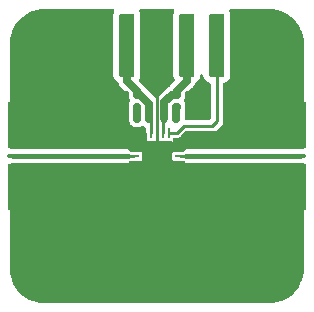
<source format=gbr>
%TF.GenerationSoftware,KiCad,Pcbnew,8.0.1*%
%TF.CreationDate,2024-07-13T13:57:38-04:00*%
%TF.ProjectId,X-Band Amplifier QPA1022,582d4261-6e64-4204-916d-706c69666965,v1.1*%
%TF.SameCoordinates,Original*%
%TF.FileFunction,Copper,L1,Top*%
%TF.FilePolarity,Positive*%
%FSLAX46Y46*%
G04 Gerber Fmt 4.6, Leading zero omitted, Abs format (unit mm)*
G04 Created by KiCad (PCBNEW 8.0.1) date 2024-07-13 13:57:38*
%MOMM*%
%LPD*%
G01*
G04 APERTURE LIST*
G04 Aperture macros list*
%AMRoundRect*
0 Rectangle with rounded corners*
0 $1 Rounding radius*
0 $2 $3 $4 $5 $6 $7 $8 $9 X,Y pos of 4 corners*
0 Add a 4 corners polygon primitive as box body*
4,1,4,$2,$3,$4,$5,$6,$7,$8,$9,$2,$3,0*
0 Add four circle primitives for the rounded corners*
1,1,$1+$1,$2,$3*
1,1,$1+$1,$4,$5*
1,1,$1+$1,$6,$7*
1,1,$1+$1,$8,$9*
0 Add four rect primitives between the rounded corners*
20,1,$1+$1,$2,$3,$4,$5,0*
20,1,$1+$1,$4,$5,$6,$7,0*
20,1,$1+$1,$6,$7,$8,$9,0*
20,1,$1+$1,$8,$9,$2,$3,0*%
G04 Aperture macros list end*
%TA.AperFunction,SMDPad,CuDef*%
%ADD10RoundRect,0.062500X-0.350000X-0.062500X0.350000X-0.062500X0.350000X0.062500X-0.350000X0.062500X0*%
%TD*%
%TA.AperFunction,SMDPad,CuDef*%
%ADD11RoundRect,0.062500X-0.062500X-0.350000X0.062500X-0.350000X0.062500X0.350000X-0.062500X0.350000X0*%
%TD*%
%TA.AperFunction,HeatsinkPad*%
%ADD12C,0.500000*%
%TD*%
%TA.AperFunction,HeatsinkPad*%
%ADD13R,2.500000X2.500000*%
%TD*%
%TA.AperFunction,SMDPad,CuDef*%
%ADD14RoundRect,0.135000X-0.135000X-0.185000X0.135000X-0.185000X0.135000X0.185000X-0.135000X0.185000X0*%
%TD*%
%TA.AperFunction,SMDPad,CuDef*%
%ADD15RoundRect,0.140000X-0.140000X-0.170000X0.140000X-0.170000X0.140000X0.170000X-0.140000X0.170000X0*%
%TD*%
%TA.AperFunction,SMDPad,CuDef*%
%ADD16RoundRect,0.087500X0.412500X-0.087500X0.412500X0.087500X-0.412500X0.087500X-0.412500X-0.087500X0*%
%TD*%
%TA.AperFunction,SMDPad,CuDef*%
%ADD17R,5.500000X4.000000*%
%TD*%
%TA.AperFunction,ComponentPad*%
%ADD18C,4.241800*%
%TD*%
%TA.AperFunction,SMDPad,CuDef*%
%ADD19RoundRect,0.087500X-0.412500X0.087500X-0.412500X-0.087500X0.412500X-0.087500X0.412500X0.087500X0*%
%TD*%
%TA.AperFunction,ComponentPad*%
%ADD20C,5.562600*%
%TD*%
%TA.AperFunction,ViaPad*%
%ADD21C,0.600000*%
%TD*%
%TA.AperFunction,Conductor*%
%ADD22C,0.635000*%
%TD*%
%TA.AperFunction,Conductor*%
%ADD23C,0.250000*%
%TD*%
%TA.AperFunction,Conductor*%
%ADD24C,0.400000*%
%TD*%
G04 APERTURE END LIST*
D10*
%TO.P,U1,1,NC*%
%TO.N,GND*%
X137762500Y-62500000D03*
%TO.P,U1,2,NC*%
X137762500Y-63000000D03*
%TO.P,U1,3,RF_IN*%
%TO.N,Net-(J1-In)*%
X137762500Y-63500000D03*
%TO.P,U1,4,NC*%
%TO.N,GND*%
X137762500Y-64000000D03*
%TO.P,U1,5,NC*%
X137762500Y-64500000D03*
D11*
%TO.P,U1,6,NC*%
X138700000Y-65437500D03*
%TO.P,U1,7,NC*%
X139200000Y-65437500D03*
%TO.P,U1,8,NC*%
X139700000Y-65437500D03*
%TO.P,U1,9,NC*%
X140200000Y-65437500D03*
%TO.P,U1,10,NC*%
X140700000Y-65437500D03*
D10*
%TO.P,U1,11,NC*%
X141637500Y-64500000D03*
%TO.P,U1,12,NC*%
X141637500Y-64000000D03*
%TO.P,U1,13,RF_OUT*%
%TO.N,Net-(J2-In)*%
X141637500Y-63500000D03*
%TO.P,U1,14,NC*%
%TO.N,GND*%
X141637500Y-63000000D03*
%TO.P,U1,15,NC*%
X141637500Y-62500000D03*
D11*
%TO.P,U1,16,VDET*%
%TO.N,VDET*%
X140700000Y-61562500D03*
%TO.P,U1,17,VD*%
%TO.N,VD*%
X140200000Y-61562500D03*
%TO.P,U1,18,NC*%
%TO.N,GND*%
X139700000Y-61562500D03*
%TO.P,U1,19,VG*%
%TO.N,VG*%
X139200000Y-61562500D03*
%TO.P,U1,20,NC*%
%TO.N,GND*%
X138700000Y-61562500D03*
D12*
%TO.P,U1,21,GND*%
X138700000Y-62500000D03*
X138700000Y-64500000D03*
D13*
X139700000Y-63500000D03*
D12*
X140700000Y-62500000D03*
X140700000Y-64500000D03*
%TD*%
D14*
%TO.P,R2,1*%
%TO.N,VD*%
X140333000Y-60325000D03*
%TO.P,R2,2*%
%TO.N,Net-(C1-Pad1)*%
X141353000Y-60325000D03*
%TD*%
%TO.P,R1,1*%
%TO.N,Net-(C2-Pad2)*%
X138047000Y-60325000D03*
%TO.P,R1,2*%
%TO.N,VG*%
X139067000Y-60325000D03*
%TD*%
D15*
%TO.P,C4,1*%
%TO.N,GND*%
X137061000Y-58293000D03*
%TO.P,C4,2*%
%TO.N,VG*%
X138021000Y-58293000D03*
%TD*%
%TO.P,C3,1*%
%TO.N,VD*%
X141379000Y-58293000D03*
%TO.P,C3,2*%
%TO.N,GND*%
X142339000Y-58293000D03*
%TD*%
D16*
%TO.P,J2,1,In*%
%TO.N,Net-(J2-In)*%
X151850000Y-63500000D03*
D17*
%TO.P,J2,2,Ext*%
%TO.N,GND*%
X149600000Y-66135000D03*
X149600000Y-60865000D03*
%TD*%
D18*
%TO.P,H5,1,1*%
%TO.N,GND*%
X137160000Y-69850000D03*
%TD*%
D19*
%TO.P,J1,1,In*%
%TO.N,Net-(J1-In)*%
X127550000Y-63500000D03*
D17*
%TO.P,J1,2,Ext*%
%TO.N,GND*%
X129800000Y-60865000D03*
X129800000Y-66135000D03*
%TD*%
D20*
%TO.P,H2,1,1*%
%TO.N,GND*%
X149225000Y-53975000D03*
%TD*%
D18*
%TO.P,H6,1,1*%
%TO.N,GND*%
X142240000Y-69850000D03*
%TD*%
D20*
%TO.P,H3,1,1*%
%TO.N,GND*%
X130175000Y-73025000D03*
%TD*%
D15*
%TO.P,C1,1*%
%TO.N,Net-(C1-Pad1)*%
X141379000Y-59309000D03*
%TO.P,C1,2*%
%TO.N,GND*%
X142339000Y-59309000D03*
%TD*%
D20*
%TO.P,H4,1,1*%
%TO.N,GND*%
X149225000Y-73025000D03*
%TD*%
%TO.P,H1,1,1*%
%TO.N,GND*%
X130175000Y-53975000D03*
%TD*%
D15*
%TO.P,C2,1*%
%TO.N,GND*%
X137061000Y-59309000D03*
%TO.P,C2,2*%
%TO.N,Net-(C2-Pad2)*%
X138021000Y-59309000D03*
%TD*%
D21*
%TO.N,GND*%
X134493000Y-58039000D03*
X146177000Y-57912000D03*
X146050000Y-59690000D03*
X147828000Y-57785000D03*
X150622000Y-57785000D03*
X145415000Y-71501000D03*
X145542000Y-75311000D03*
X144272000Y-74041000D03*
X141478000Y-75311000D03*
X139700000Y-73914000D03*
X138430000Y-75311000D03*
X136271000Y-73787000D03*
X134493000Y-75311000D03*
X134112000Y-71882000D03*
X139700000Y-72009000D03*
X139700000Y-67691000D03*
X144145000Y-66802000D03*
X145923000Y-67056000D03*
X148336000Y-69088000D03*
X151130000Y-69215000D03*
X130810000Y-68961000D03*
X128270000Y-69215000D03*
X133350000Y-69977000D03*
X133985000Y-68326000D03*
X135128000Y-66802000D03*
X133350000Y-66802000D03*
X130175000Y-57531000D03*
X127889000Y-57531000D03*
X132588000Y-57658000D03*
X133604000Y-60452000D03*
X134493000Y-59309000D03*
X135382000Y-60452000D03*
X133604000Y-54864000D03*
X133604000Y-52324000D03*
X133604000Y-53594000D03*
X133604000Y-51689000D03*
X133604000Y-54229000D03*
X133604000Y-52959000D03*
X133604000Y-56134000D03*
X133604000Y-55499000D03*
X133604000Y-56769000D03*
X138049000Y-61849000D03*
X141351000Y-65151000D03*
X138049000Y-65151000D03*
X140157200Y-57556400D03*
X139217400Y-57556400D03*
X135712200Y-57683400D03*
X136829800Y-60248800D03*
X136220200Y-58293000D03*
X143764000Y-60071000D03*
X143129000Y-60071000D03*
X143764000Y-59309000D03*
X143764000Y-58293000D03*
X143129000Y-58293000D03*
X143129000Y-59309000D03*
X135636000Y-52959000D03*
X135636000Y-51689000D03*
X135636000Y-54229000D03*
X135636000Y-53594000D03*
X135636000Y-54864000D03*
X135636000Y-52324000D03*
X135636000Y-56134000D03*
X135636000Y-55499000D03*
X135636000Y-56769000D03*
X140716000Y-51689000D03*
X140716000Y-52324000D03*
X140716000Y-52959000D03*
X140716000Y-53594000D03*
X140716000Y-54229000D03*
X140716000Y-54864000D03*
X140716000Y-55499000D03*
X140716000Y-56134000D03*
X140716000Y-56769000D03*
X138684000Y-56769000D03*
X138684000Y-56134000D03*
X138684000Y-55499000D03*
X138684000Y-54864000D03*
X138684000Y-54229000D03*
X138684000Y-53594000D03*
X138684000Y-52959000D03*
X138684000Y-52324000D03*
X138684000Y-51689000D03*
X148082000Y-62484000D03*
X132588000Y-62484000D03*
X143256000Y-61849000D03*
X133858000Y-62484000D03*
X131953000Y-64516000D03*
X132842000Y-61849000D03*
X130048000Y-64516000D03*
X147447000Y-62484000D03*
X148717000Y-62484000D03*
X133477000Y-61849000D03*
X146177000Y-64516000D03*
X148971000Y-61849000D03*
X148717000Y-64516000D03*
X141605000Y-66421000D03*
X136017000Y-61849000D03*
X142367000Y-62484000D03*
X137160000Y-66421000D03*
X149606000Y-65151000D03*
X134493000Y-62484000D03*
X149987000Y-64516000D03*
X142621000Y-61849000D03*
X132842000Y-65151000D03*
X135763000Y-62484000D03*
X139700000Y-66421000D03*
X147066000Y-61849000D03*
X149606000Y-61849000D03*
X138938000Y-63500000D03*
X135128000Y-62484000D03*
X145796000Y-65151000D03*
X143891000Y-65151000D03*
X150241000Y-65151000D03*
X149352000Y-62484000D03*
X144272000Y-62484000D03*
X133223000Y-62484000D03*
X132588000Y-64516000D03*
X148336000Y-61849000D03*
X131953000Y-62484000D03*
X143891000Y-61849000D03*
X150622000Y-62484000D03*
X128397000Y-61849000D03*
X135382000Y-61849000D03*
X135382000Y-65151000D03*
X129032000Y-65151000D03*
X150241000Y-61849000D03*
X139700000Y-62738000D03*
X132207000Y-65151000D03*
X145542000Y-64516000D03*
X146812000Y-62484000D03*
X145161000Y-65151000D03*
X136652000Y-65151000D03*
X135128000Y-64516000D03*
X140335000Y-66421000D03*
X143002000Y-64516000D03*
X151511000Y-61849000D03*
X142621000Y-65913000D03*
X145161000Y-61849000D03*
X136398000Y-62484000D03*
X150876000Y-61849000D03*
X129032000Y-61849000D03*
X148971000Y-65151000D03*
X127508000Y-64516000D03*
X151257000Y-62484000D03*
X143002000Y-62484000D03*
X147701000Y-65151000D03*
X137033000Y-62484000D03*
X128143000Y-62484000D03*
X130937000Y-61849000D03*
X144526000Y-61849000D03*
X129667000Y-61849000D03*
X138430000Y-66421000D03*
X134493000Y-64516000D03*
X127762000Y-61849000D03*
X136017000Y-65151000D03*
X128778000Y-64516000D03*
X137795000Y-66421000D03*
X129667000Y-65151000D03*
X131318000Y-62484000D03*
X148336000Y-65151000D03*
X128143000Y-64516000D03*
X131318000Y-64516000D03*
X147066000Y-65151000D03*
X133223000Y-64516000D03*
X149352000Y-64516000D03*
X145542000Y-62484000D03*
X147447000Y-64516000D03*
X130302000Y-65151000D03*
X151892000Y-64516000D03*
X143637000Y-64516000D03*
X128397000Y-65151000D03*
X142240000Y-66421000D03*
X139065000Y-66421000D03*
X150622000Y-64516000D03*
X127508000Y-62484000D03*
X130683000Y-62484000D03*
X131572000Y-65151000D03*
X127762000Y-65151000D03*
X144907000Y-62484000D03*
X136398000Y-64516000D03*
X134112000Y-61849000D03*
X144272000Y-64516000D03*
X128778000Y-62484000D03*
X149987000Y-62484000D03*
X142367000Y-64516000D03*
X151257000Y-64516000D03*
X143256000Y-65151000D03*
X150876000Y-65151000D03*
X136779000Y-65786000D03*
X130683000Y-64516000D03*
X146177000Y-62484000D03*
X151892000Y-62484000D03*
X143637000Y-62484000D03*
X130048000Y-62484000D03*
X129413000Y-64516000D03*
X139700000Y-63500000D03*
X144526000Y-65151000D03*
X129413000Y-62484000D03*
X130937000Y-65151000D03*
X135763000Y-64516000D03*
X133477000Y-65151000D03*
X134112000Y-65151000D03*
X137033000Y-64516000D03*
X147701000Y-61849000D03*
X131572000Y-61849000D03*
X142621000Y-65151000D03*
X133858000Y-64516000D03*
X136652000Y-61849000D03*
X146431000Y-65151000D03*
X145796000Y-61849000D03*
X134747000Y-65151000D03*
X148082000Y-64516000D03*
X139700000Y-64262000D03*
X140462000Y-63500000D03*
X144907000Y-64516000D03*
X132207000Y-61849000D03*
X146812000Y-64516000D03*
X140970000Y-66421000D03*
X130302000Y-61849000D03*
X146431000Y-61849000D03*
X151511000Y-65151000D03*
X136220200Y-59309000D03*
X134747000Y-61849000D03*
%TD*%
D22*
%TO.N,VD*%
X142212001Y-57150000D02*
X142240000Y-57150000D01*
X141379000Y-57983001D02*
X142212001Y-57150000D01*
X142240000Y-57150000D02*
X142240000Y-56515000D01*
X141379000Y-58293000D02*
X141379000Y-57983001D01*
%TO.N,VG*%
X138021000Y-58009274D02*
X137160000Y-57148274D01*
X138021000Y-58293000D02*
X138021000Y-58009274D01*
X137160000Y-57148274D02*
X137160000Y-56515000D01*
D23*
%TO.N,VDET*%
X142015000Y-60960000D02*
X144373600Y-60960000D01*
X144373600Y-60960000D02*
X144780000Y-60553600D01*
X144780000Y-60553600D02*
X144780000Y-56515000D01*
X141412500Y-61562500D02*
X142015000Y-60960000D01*
X140700000Y-61562500D02*
X141412500Y-61562500D01*
D22*
%TO.N,VG*%
X138300999Y-58293000D02*
X139057500Y-59049501D01*
X138021000Y-58293000D02*
X138300999Y-58293000D01*
X139057500Y-59049501D02*
X139057500Y-60325000D01*
%TO.N,VD*%
X140342500Y-58922501D02*
X140342500Y-60315500D01*
X140972001Y-58293000D02*
X140342500Y-58922501D01*
X141379000Y-58293000D02*
X140972001Y-58293000D01*
%TO.N,Net-(C1-Pad1)*%
X141353000Y-59335000D02*
X141379000Y-59309000D01*
X141353000Y-60325000D02*
X141353000Y-59335000D01*
%TO.N,Net-(C2-Pad2)*%
X138047000Y-59335000D02*
X138021000Y-59309000D01*
X138047000Y-60325000D02*
X138047000Y-59335000D01*
D23*
%TO.N,VG*%
X139200000Y-61562500D02*
X139200000Y-60333000D01*
X139200000Y-60333000D02*
X139192000Y-60325000D01*
%TO.N,GND*%
X139700000Y-65437500D02*
X139700000Y-64262000D01*
X137762500Y-64000000D02*
X138438000Y-64000000D01*
X140700000Y-62500000D02*
X141637500Y-62500000D01*
X137762500Y-62500000D02*
X138700000Y-62500000D01*
X140200000Y-65437500D02*
X140200000Y-65000000D01*
X141200000Y-63000000D02*
X140700000Y-62500000D01*
X137762500Y-64500000D02*
X138700000Y-64500000D01*
X138438000Y-63000000D02*
X138938000Y-63500000D01*
X139700000Y-62738000D02*
X139700000Y-63500000D01*
X141637500Y-63000000D02*
X141851000Y-63000000D01*
X141200000Y-64000000D02*
X140700000Y-64500000D01*
X139200000Y-65000000D02*
X138700000Y-64500000D01*
X137549000Y-63000000D02*
X137033000Y-62484000D01*
X140200000Y-65000000D02*
X140700000Y-64500000D01*
X141637500Y-63000000D02*
X140962000Y-63000000D01*
X141637500Y-63000000D02*
X141200000Y-63000000D01*
X138200000Y-64000000D02*
X138700000Y-64500000D01*
X137762500Y-64000000D02*
X138200000Y-64000000D01*
X138438000Y-64000000D02*
X138938000Y-63500000D01*
X139700000Y-61562500D02*
X139700000Y-56388000D01*
X141637500Y-64000000D02*
X141851000Y-64000000D01*
X138700000Y-61562500D02*
X138700000Y-62500000D01*
X141637500Y-64000000D02*
X141200000Y-64000000D01*
X139700000Y-61562500D02*
X139700000Y-62738000D01*
X139700000Y-64262000D02*
X139700000Y-63500000D01*
X140962000Y-63000000D02*
X140462000Y-63500000D01*
X138200000Y-63000000D02*
X138700000Y-62500000D01*
X137762500Y-63000000D02*
X138438000Y-63000000D01*
X137549000Y-64000000D02*
X137033000Y-64516000D01*
X141851000Y-64000000D02*
X142367000Y-64516000D01*
X140962000Y-64000000D02*
X140462000Y-63500000D01*
X141851000Y-63000000D02*
X142367000Y-62484000D01*
X137762500Y-63000000D02*
X138200000Y-63000000D01*
X141637500Y-64500000D02*
X140700000Y-64500000D01*
X141637500Y-64000000D02*
X140962000Y-64000000D01*
X137762500Y-63000000D02*
X137549000Y-63000000D01*
X138700000Y-65437500D02*
X138700000Y-64500000D01*
X137762500Y-64000000D02*
X137549000Y-64000000D01*
X140700000Y-65437500D02*
X140700000Y-64500000D01*
X139200000Y-65437500D02*
X139200000Y-65000000D01*
D24*
%TO.N,Net-(J1-In)*%
X127550000Y-63500000D02*
X137240000Y-63500000D01*
D23*
X137762500Y-63500000D02*
X137240000Y-63500000D01*
%TO.N,Net-(J2-In)*%
X141637500Y-63500000D02*
X142140000Y-63500000D01*
D24*
X151850000Y-63500000D02*
X142140000Y-63500000D01*
D23*
%TO.N,VD*%
X140200000Y-61562500D02*
X140200000Y-60460000D01*
%TD*%
%TA.AperFunction,Conductor*%
%TO.N,VD*%
G36*
X142818039Y-51454685D02*
G01*
X142863794Y-51507489D01*
X142875000Y-51559000D01*
X142875000Y-56645000D01*
X142855315Y-56712039D01*
X142802511Y-56757794D01*
X142751000Y-56769000D01*
X141729000Y-56769000D01*
X141661961Y-56749315D01*
X141616206Y-56696511D01*
X141605000Y-56645000D01*
X141605000Y-51559000D01*
X141624685Y-51491961D01*
X141677489Y-51446206D01*
X141729000Y-51435000D01*
X142751000Y-51435000D01*
X142818039Y-51454685D01*
G37*
%TD.AperFunction*%
%TD*%
%TA.AperFunction,Conductor*%
%TO.N,GND*%
G36*
X135255000Y-56769000D02*
G01*
X133985000Y-56769000D01*
X133985000Y-51435000D01*
X135255000Y-51435000D01*
X135255000Y-56769000D01*
G37*
%TD.AperFunction*%
%TD*%
%TA.AperFunction,Conductor*%
%TO.N,GND*%
G36*
X136057760Y-51074502D02*
G01*
X136104253Y-51128158D01*
X136114357Y-51198432D01*
X136104252Y-51232844D01*
X136051986Y-51347284D01*
X136032302Y-51414320D01*
X136032301Y-51414324D01*
X136032301Y-51414326D01*
X136032300Y-51414330D01*
X136011502Y-51558992D01*
X136011500Y-51559003D01*
X136011500Y-56645007D01*
X136023237Y-56754164D01*
X136034441Y-56805667D01*
X136069109Y-56909825D01*
X136148130Y-57032784D01*
X136148131Y-57032786D01*
X136193880Y-57085582D01*
X136193882Y-57085583D01*
X136193884Y-57085586D01*
X136304339Y-57181297D01*
X136388851Y-57219893D01*
X136442506Y-57266386D01*
X136460086Y-57309922D01*
X136469592Y-57357707D01*
X136469593Y-57357709D01*
X136469595Y-57357718D01*
X136492010Y-57411830D01*
X136492011Y-57411831D01*
X136523716Y-57488375D01*
X136602293Y-57605972D01*
X137266096Y-58269775D01*
X137300120Y-58332086D01*
X137303000Y-58358869D01*
X137303000Y-58363719D01*
X137330592Y-58502432D01*
X137330595Y-58502443D01*
X137337429Y-58518942D01*
X137346120Y-58552130D01*
X137350929Y-58592170D01*
X137350929Y-58592171D01*
X137405438Y-58730395D01*
X137409663Y-58737909D01*
X137406812Y-58739511D01*
X137426469Y-58791240D01*
X137411804Y-58860706D01*
X137409637Y-58864076D01*
X137409663Y-58864091D01*
X137405438Y-58871604D01*
X137350929Y-59009828D01*
X137346120Y-59049870D01*
X137337432Y-59083052D01*
X137330594Y-59099563D01*
X137303000Y-59238284D01*
X137303000Y-59379715D01*
X137326579Y-59498252D01*
X137329000Y-59522834D01*
X137329000Y-60395719D01*
X137356593Y-60534436D01*
X137375043Y-60578977D01*
X137383735Y-60612174D01*
X137386833Y-60637974D01*
X137386834Y-60637981D01*
X137440836Y-60774920D01*
X137440837Y-60774922D01*
X137529784Y-60892216D01*
X137647078Y-60981163D01*
X137784021Y-61035166D01*
X137870073Y-61045500D01*
X138223926Y-61045499D01*
X138309979Y-61035166D01*
X138446922Y-60981163D01*
X138472366Y-60961867D01*
X138538731Y-60936644D01*
X138608198Y-60951305D01*
X138658710Y-61001194D01*
X138674500Y-61062265D01*
X138674500Y-61968274D01*
X138677433Y-61999553D01*
X138723529Y-62131285D01*
X138723530Y-62131286D01*
X138723531Y-62131289D01*
X138806411Y-62243589D01*
X138918711Y-62326469D01*
X138918714Y-62326470D01*
X139050447Y-62372566D01*
X139050449Y-62372566D01*
X139050451Y-62372567D01*
X139081728Y-62375500D01*
X139081731Y-62375500D01*
X139318269Y-62375500D01*
X139318272Y-62375500D01*
X139349549Y-62372567D01*
X139349551Y-62372566D01*
X139349553Y-62372566D01*
X139418731Y-62348359D01*
X139481289Y-62326469D01*
X139593589Y-62243589D01*
X139598619Y-62236772D01*
X139655162Y-62193840D01*
X139725941Y-62188291D01*
X139788485Y-62221890D01*
X139801377Y-62236769D01*
X139806411Y-62243589D01*
X139918711Y-62326469D01*
X139918714Y-62326470D01*
X140050447Y-62372566D01*
X140050449Y-62372566D01*
X140050451Y-62372567D01*
X140081728Y-62375500D01*
X140081731Y-62375500D01*
X140318269Y-62375500D01*
X140318272Y-62375500D01*
X140349549Y-62372567D01*
X140408385Y-62351978D01*
X140479288Y-62348359D01*
X140491609Y-62351977D01*
X140550451Y-62372567D01*
X140581728Y-62375500D01*
X140581731Y-62375500D01*
X140818269Y-62375500D01*
X140818272Y-62375500D01*
X140849549Y-62372567D01*
X140849551Y-62372566D01*
X140849553Y-62372566D01*
X140918731Y-62348359D01*
X140981289Y-62326469D01*
X141093589Y-62243589D01*
X141103618Y-62230000D01*
X146558000Y-62230000D01*
X146558000Y-61341000D01*
X144735770Y-61341000D01*
X144794105Y-61282665D01*
X144804472Y-61272298D01*
X144804479Y-61272288D01*
X145092288Y-60984479D01*
X145092298Y-60984472D01*
X145200499Y-60876271D01*
X145200505Y-60876265D01*
X145259015Y-60774922D01*
X145269686Y-60756440D01*
X145269686Y-60756439D01*
X145269688Y-60756436D01*
X145305500Y-60622783D01*
X145305500Y-57392892D01*
X145325502Y-57324771D01*
X145379158Y-57278278D01*
X145404708Y-57269773D01*
X145451668Y-57259558D01*
X145555827Y-57224890D01*
X145678782Y-57145871D01*
X145678784Y-57145868D01*
X145678786Y-57145868D01*
X145717451Y-57112364D01*
X145731586Y-57100116D01*
X145827297Y-56989661D01*
X145888014Y-56856713D01*
X145907699Y-56789674D01*
X145907700Y-56789670D01*
X145928500Y-56645000D01*
X145928500Y-51559000D01*
X145916764Y-51449843D01*
X145905558Y-51398332D01*
X145870890Y-51294173D01*
X145841614Y-51248620D01*
X145821613Y-51180500D01*
X145841615Y-51112379D01*
X145895271Y-51065886D01*
X145947613Y-51054500D01*
X149180125Y-51054500D01*
X149221461Y-51054500D01*
X149228525Y-51054697D01*
X149544929Y-51072466D01*
X149558965Y-51074047D01*
X149867904Y-51126539D01*
X149881662Y-51129679D01*
X150182784Y-51216431D01*
X150196118Y-51221097D01*
X150485619Y-51341012D01*
X150498349Y-51347143D01*
X150772602Y-51498717D01*
X150784567Y-51506234D01*
X151040132Y-51687567D01*
X151051179Y-51696377D01*
X151284828Y-51905180D01*
X151294819Y-51915171D01*
X151503622Y-52148820D01*
X151512432Y-52159867D01*
X151693765Y-52415432D01*
X151701282Y-52427397D01*
X151852856Y-52701650D01*
X151858987Y-52714380D01*
X151978902Y-53003881D01*
X151983569Y-53017218D01*
X152070318Y-53318329D01*
X152073462Y-53332104D01*
X152125951Y-53641032D01*
X152127533Y-53655073D01*
X152145302Y-53971474D01*
X152145500Y-53978539D01*
X152145500Y-62793289D01*
X152125498Y-62861410D01*
X152071842Y-62907903D01*
X152001568Y-62918007D01*
X151986890Y-62914996D01*
X151929057Y-62899500D01*
X142060943Y-62899500D01*
X141908216Y-62940423D01*
X141908215Y-62940423D01*
X141908213Y-62940424D01*
X141878431Y-62957619D01*
X141815431Y-62974500D01*
X141231725Y-62974500D01*
X141200446Y-62977433D01*
X141068714Y-63023529D01*
X140956411Y-63106411D01*
X140873529Y-63218714D01*
X140827433Y-63350446D01*
X140824500Y-63381725D01*
X140824500Y-63618274D01*
X140827433Y-63649553D01*
X140873529Y-63781285D01*
X140873530Y-63781286D01*
X140873531Y-63781289D01*
X140956411Y-63893589D01*
X141068711Y-63976469D01*
X141068714Y-63976470D01*
X141200447Y-64022566D01*
X141200449Y-64022566D01*
X141200451Y-64022567D01*
X141231728Y-64025500D01*
X141568317Y-64025500D01*
X141815431Y-64025500D01*
X141878431Y-64042381D01*
X141908216Y-64059577D01*
X142060943Y-64100500D01*
X142060945Y-64100500D01*
X151929056Y-64100500D01*
X151929057Y-64100500D01*
X151986888Y-64085004D01*
X152057864Y-64086693D01*
X152116660Y-64126486D01*
X152144609Y-64191750D01*
X152145500Y-64206710D01*
X152145500Y-73021460D01*
X152145302Y-73028525D01*
X152127533Y-73344926D01*
X152125951Y-73358967D01*
X152073462Y-73667895D01*
X152070318Y-73681670D01*
X151983569Y-73982781D01*
X151978902Y-73996118D01*
X151858987Y-74285619D01*
X151852856Y-74298349D01*
X151701282Y-74572602D01*
X151693765Y-74584567D01*
X151512432Y-74840132D01*
X151503622Y-74851179D01*
X151294819Y-75084828D01*
X151284828Y-75094819D01*
X151051179Y-75303622D01*
X151040132Y-75312432D01*
X150784567Y-75493765D01*
X150772602Y-75501282D01*
X150498349Y-75652856D01*
X150485619Y-75658987D01*
X150196118Y-75778902D01*
X150182781Y-75783569D01*
X149881670Y-75870318D01*
X149867895Y-75873462D01*
X149558967Y-75925951D01*
X149544926Y-75927533D01*
X149228526Y-75945302D01*
X149221461Y-75945500D01*
X130178539Y-75945500D01*
X130171474Y-75945302D01*
X129855073Y-75927533D01*
X129841032Y-75925951D01*
X129532104Y-75873462D01*
X129518329Y-75870318D01*
X129217218Y-75783569D01*
X129203881Y-75778902D01*
X128914380Y-75658987D01*
X128901650Y-75652856D01*
X128627397Y-75501282D01*
X128615432Y-75493765D01*
X128359867Y-75312432D01*
X128348820Y-75303622D01*
X128115171Y-75094819D01*
X128105180Y-75084828D01*
X127896377Y-74851179D01*
X127887567Y-74840132D01*
X127706234Y-74584567D01*
X127698717Y-74572602D01*
X127547143Y-74298349D01*
X127541012Y-74285619D01*
X127421097Y-73996118D01*
X127416430Y-73982781D01*
X127329681Y-73681670D01*
X127326539Y-73667904D01*
X127274047Y-73358965D01*
X127272466Y-73344926D01*
X127254698Y-73028525D01*
X127254500Y-73021460D01*
X127254500Y-64206710D01*
X127274502Y-64138589D01*
X127328158Y-64092096D01*
X127398432Y-64081992D01*
X127413109Y-64085003D01*
X127470943Y-64100500D01*
X127470944Y-64100500D01*
X137319055Y-64100500D01*
X137319057Y-64100500D01*
X137471784Y-64059577D01*
X137501569Y-64042381D01*
X137564569Y-64025500D01*
X138168269Y-64025500D01*
X138168272Y-64025500D01*
X138199549Y-64022567D01*
X138199551Y-64022566D01*
X138199553Y-64022566D01*
X138265419Y-63999518D01*
X138331289Y-63976469D01*
X138443589Y-63893589D01*
X138526469Y-63781289D01*
X138572567Y-63649549D01*
X138575500Y-63618272D01*
X138575500Y-63381728D01*
X138572567Y-63350451D01*
X138572566Y-63350448D01*
X138572566Y-63350446D01*
X138526470Y-63218714D01*
X138526469Y-63218711D01*
X138443589Y-63106411D01*
X138331289Y-63023531D01*
X138331286Y-63023530D01*
X138331285Y-63023529D01*
X138199552Y-62977433D01*
X138199554Y-62977433D01*
X138168274Y-62974500D01*
X138168272Y-62974500D01*
X137831683Y-62974500D01*
X137564569Y-62974500D01*
X137501569Y-62957619D01*
X137471786Y-62940424D01*
X137471785Y-62940423D01*
X137471784Y-62940423D01*
X137319057Y-62899500D01*
X127470943Y-62899500D01*
X127470942Y-62899500D01*
X127413110Y-62914996D01*
X127342134Y-62913306D01*
X127283338Y-62873511D01*
X127255391Y-62808247D01*
X127254500Y-62793289D01*
X127254500Y-53978539D01*
X127254698Y-53971474D01*
X127272466Y-53655073D01*
X127274048Y-53641032D01*
X127302907Y-53471181D01*
X127326539Y-53332091D01*
X127329678Y-53318341D01*
X127416432Y-53017209D01*
X127421094Y-53003889D01*
X127541014Y-52714375D01*
X127547143Y-52701650D01*
X127698717Y-52427397D01*
X127706229Y-52415439D01*
X127887573Y-52159859D01*
X127896370Y-52148827D01*
X128105180Y-51915170D01*
X128115171Y-51905180D01*
X128348827Y-51696370D01*
X128359859Y-51687573D01*
X128615439Y-51506229D01*
X128627397Y-51498717D01*
X128742684Y-51435000D01*
X133985000Y-51435000D01*
X133985000Y-56769000D01*
X135255000Y-56769000D01*
X135255000Y-51435000D01*
X133985000Y-51435000D01*
X128742684Y-51435000D01*
X128901650Y-51347143D01*
X128914375Y-51341014D01*
X129203889Y-51221094D01*
X129217209Y-51216432D01*
X129518341Y-51129678D01*
X129532091Y-51126539D01*
X129841036Y-51074047D01*
X129855068Y-51072466D01*
X130171474Y-51054697D01*
X130178539Y-51054500D01*
X130219875Y-51054500D01*
X135989639Y-51054500D01*
X136057760Y-51074502D01*
G37*
%TD.AperFunction*%
%TA.AperFunction,Conductor*%
G36*
X143604713Y-56606348D02*
G01*
X143634206Y-56670929D01*
X143634767Y-56675391D01*
X143643237Y-56754164D01*
X143654441Y-56805667D01*
X143689109Y-56909825D01*
X143768130Y-57032784D01*
X143768131Y-57032786D01*
X143813880Y-57085582D01*
X143813882Y-57085583D01*
X143813884Y-57085586D01*
X143924339Y-57181297D01*
X144003416Y-57217411D01*
X144057284Y-57242013D01*
X144057286Y-57242013D01*
X144057287Y-57242014D01*
X144124326Y-57261699D01*
X144124330Y-57261700D01*
X144146430Y-57264877D01*
X144211009Y-57294367D01*
X144249395Y-57354092D01*
X144254500Y-57389594D01*
X144254500Y-60283741D01*
X144234498Y-60351862D01*
X144217595Y-60372836D01*
X144192836Y-60397595D01*
X144130524Y-60431621D01*
X144103741Y-60434500D01*
X142197000Y-60434500D01*
X142128879Y-60414498D01*
X142082386Y-60360842D01*
X142071000Y-60308500D01*
X142071000Y-59522834D01*
X142073421Y-59498252D01*
X142097000Y-59379717D01*
X142097000Y-59238283D01*
X142069407Y-59099567D01*
X142062568Y-59083056D01*
X142053878Y-59049865D01*
X142049070Y-59009825D01*
X141994562Y-58871605D01*
X141990339Y-58864095D01*
X141993193Y-58862489D01*
X141973533Y-58810805D01*
X141988174Y-58741334D01*
X141990367Y-58737920D01*
X141990339Y-58737905D01*
X141994559Y-58730397D01*
X141994562Y-58730395D01*
X142049070Y-58592174D01*
X142050244Y-58582400D01*
X142053878Y-58552136D01*
X142062571Y-58518938D01*
X142064228Y-58514937D01*
X142069408Y-58502433D01*
X142097000Y-58363717D01*
X142097000Y-58332596D01*
X142117002Y-58264475D01*
X142133900Y-58243505D01*
X142604547Y-57772857D01*
X142623638Y-57757191D01*
X142697698Y-57707707D01*
X142797707Y-57607698D01*
X142876283Y-57490100D01*
X142930408Y-57359433D01*
X142938721Y-57317635D01*
X142971628Y-57254727D01*
X143009852Y-57230668D01*
X143008715Y-57228292D01*
X143015816Y-57224893D01*
X143015827Y-57224890D01*
X143138782Y-57145871D01*
X143138784Y-57145868D01*
X143138786Y-57145868D01*
X143177451Y-57112364D01*
X143191586Y-57100116D01*
X143287297Y-56989661D01*
X143348014Y-56856713D01*
X143367699Y-56789674D01*
X143367700Y-56789670D01*
X143384772Y-56670927D01*
X143414264Y-56606349D01*
X143473990Y-56567965D01*
X143544987Y-56567965D01*
X143604713Y-56606348D01*
G37*
%TD.AperFunction*%
%TA.AperFunction,Conductor*%
G36*
X141137760Y-51074502D02*
G01*
X141184253Y-51128158D01*
X141194357Y-51198432D01*
X141184252Y-51232844D01*
X141131986Y-51347284D01*
X141112302Y-51414320D01*
X141112301Y-51414324D01*
X141112301Y-51414326D01*
X141112300Y-51414330D01*
X141091502Y-51558992D01*
X141091500Y-51559003D01*
X141091500Y-56645007D01*
X141103237Y-56754164D01*
X141114441Y-56805667D01*
X141149109Y-56909825D01*
X141206756Y-56999525D01*
X141226758Y-57067646D01*
X141206756Y-57135767D01*
X141189854Y-57156741D01*
X140821291Y-57525304D01*
X140793591Y-57566759D01*
X140739112Y-57612285D01*
X140737047Y-57613162D01*
X140708444Y-57625010D01*
X140708443Y-57625011D01*
X140631900Y-57656716D01*
X140514299Y-57735295D01*
X139784797Y-58464797D01*
X139784790Y-58464806D01*
X139751293Y-58514937D01*
X139696816Y-58560464D01*
X139626372Y-58569311D01*
X139562329Y-58538669D01*
X139557434Y-58534029D01*
X138758702Y-57735297D01*
X138758693Y-57735290D01*
X138676137Y-57680126D01*
X138641375Y-57645364D01*
X138616206Y-57607697D01*
X138578707Y-57551576D01*
X138201805Y-57174674D01*
X138167782Y-57112364D01*
X138172846Y-57041549D01*
X138195679Y-57003067D01*
X138207297Y-56989661D01*
X138268014Y-56856713D01*
X138287699Y-56789674D01*
X138287700Y-56789670D01*
X138308500Y-56645000D01*
X138308500Y-51559000D01*
X138296764Y-51449843D01*
X138285558Y-51398332D01*
X138250890Y-51294173D01*
X138221614Y-51248620D01*
X138201613Y-51180500D01*
X138221615Y-51112379D01*
X138275271Y-51065886D01*
X138327613Y-51054500D01*
X141069639Y-51054500D01*
X141137760Y-51074502D01*
G37*
%TD.AperFunction*%
%TD*%
%TA.AperFunction,Conductor*%
%TO.N,VG*%
G36*
X137738039Y-51454685D02*
G01*
X137783794Y-51507489D01*
X137795000Y-51559000D01*
X137795000Y-56645000D01*
X137775315Y-56712039D01*
X137722511Y-56757794D01*
X137671000Y-56769000D01*
X136649000Y-56769000D01*
X136581961Y-56749315D01*
X136536206Y-56696511D01*
X136525000Y-56645000D01*
X136525000Y-51559000D01*
X136544685Y-51491961D01*
X136597489Y-51446206D01*
X136649000Y-51435000D01*
X137671000Y-51435000D01*
X137738039Y-51454685D01*
G37*
%TD.AperFunction*%
%TD*%
%TA.AperFunction,Conductor*%
%TO.N,VDET*%
G36*
X145358039Y-51454685D02*
G01*
X145403794Y-51507489D01*
X145415000Y-51559000D01*
X145415000Y-56645000D01*
X145395315Y-56712039D01*
X145342511Y-56757794D01*
X145291000Y-56769000D01*
X144269000Y-56769000D01*
X144201961Y-56749315D01*
X144156206Y-56696511D01*
X144145000Y-56645000D01*
X144145000Y-51559000D01*
X144164685Y-51491961D01*
X144217489Y-51446206D01*
X144269000Y-51435000D01*
X145291000Y-51435000D01*
X145358039Y-51454685D01*
G37*
%TD.AperFunction*%
%TD*%
%TA.AperFunction,Conductor*%
%TO.N,GND*%
G36*
X146558000Y-62230000D02*
G01*
X141097000Y-62230000D01*
X141097000Y-61977398D01*
X141111301Y-61961156D01*
X141177511Y-61942000D01*
X141354926Y-61942000D01*
X141354942Y-61942001D01*
X141362538Y-61942001D01*
X141462461Y-61942001D01*
X141462462Y-61942001D01*
X141538580Y-61921604D01*
X141538582Y-61921604D01*
X141551515Y-61918138D01*
X141558982Y-61916138D01*
X141645519Y-61866176D01*
X141716176Y-61795519D01*
X141716176Y-61795517D01*
X141726380Y-61785314D01*
X141726383Y-61785309D01*
X142114395Y-61397298D01*
X142290800Y-61341000D01*
X144018000Y-61341000D01*
X146558000Y-61341000D01*
X146558000Y-62230000D01*
G37*
%TD.AperFunction*%
%TD*%
M02*

</source>
